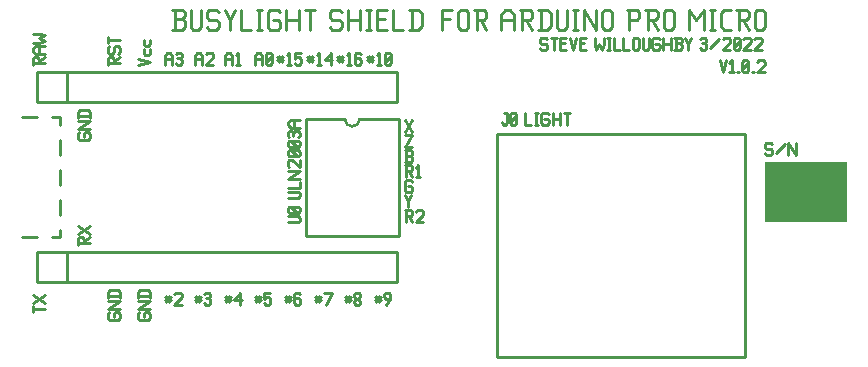
<source format=gto>
G04 start of page 8 for group -4079 idx -4079 *
G04 Title: (unknown), topsilk *
G04 Creator: pcb 4.3.0 *
G04 CreationDate: Wed Mar 23 17:19:41 2022 UTC *
G04 For: steve *
G04 Format: Gerber/RS-274X *
G04 PCB-Dimensions (mil): 3200.00 1400.00 *
G04 PCB-Coordinate-Origin: lower left *
%MOIN*%
%FSLAX25Y25*%
%LNGTO*%
%ADD44C,0.0100*%
%ADD43C,0.0001*%
G54D43*G36*
X287500Y75000D02*X315000D01*
Y55000D01*
X287500D01*
Y75000D01*
G37*
G54D44*X40000Y50000D02*X45000D01*
X50000D02*X52500D01*
Y52500D01*
X40000Y90000D02*X45000D01*
X50000D02*X52500D01*
Y87500D01*
Y82500D02*Y77500D01*
Y67500D02*Y72500D01*
Y62500D02*Y57500D01*
X90000Y119200D02*X93320D01*
X94150Y120030D01*
Y122022D02*Y120030D01*
X93320Y122852D02*X94150Y122022D01*
X90830Y122852D02*X93320D01*
X90830Y125840D02*Y119200D01*
X90000Y125840D02*X93320D01*
X94150Y125010D01*
Y123682D01*
X93320Y122852D02*X94150Y123682D01*
X96142Y125840D02*Y120030D01*
X96972Y119200D01*
X98632D01*
X99462Y120030D01*
Y125840D02*Y120030D01*
X104774Y125840D02*X105604Y125010D01*
X102284Y125840D02*X104774D01*
X101454Y125010D02*X102284Y125840D01*
X101454Y125010D02*Y123350D01*
X102284Y122520D01*
X104774D01*
X105604Y121690D01*
Y120030D01*
X104774Y119200D02*X105604Y120030D01*
X102284Y119200D02*X104774D01*
X101454Y120030D02*X102284Y119200D01*
X107596Y125840D02*X109256Y122520D01*
X110916Y125840D01*
X109256Y122520D02*Y119200D01*
X112908Y125840D02*Y119200D01*
X116228D01*
X118220Y125840D02*X119880D01*
X119050D02*Y119200D01*
X118220D02*X119880D01*
X125192Y125840D02*X126022Y125010D01*
X122702Y125840D02*X125192D01*
X121872Y125010D02*X122702Y125840D01*
X121872Y125010D02*Y120030D01*
X122702Y119200D01*
X125192D01*
X126022Y120030D01*
Y121690D02*Y120030D01*
X125192Y122520D02*X126022Y121690D01*
X123532Y122520D02*X125192D01*
X128014Y125840D02*Y119200D01*
X132164Y125840D02*Y119200D01*
X128014Y122520D02*X132164D01*
X134156Y125840D02*X137476D01*
X135816D02*Y119200D01*
X145776Y125840D02*X146606Y125010D01*
X143286Y125840D02*X145776D01*
X142456Y125010D02*X143286Y125840D01*
X142456Y125010D02*Y123350D01*
X143286Y122520D01*
X145776D01*
X146606Y121690D01*
Y120030D01*
X145776Y119200D02*X146606Y120030D01*
X143286Y119200D02*X145776D01*
X142456Y120030D02*X143286Y119200D01*
X148598Y125840D02*Y119200D01*
X152748Y125840D02*Y119200D01*
X148598Y122520D02*X152748D01*
X154740Y125840D02*X156400D01*
X155570D02*Y119200D01*
X154740D02*X156400D01*
X158392Y122852D02*X160882D01*
X158392Y119200D02*X161712D01*
X158392Y125840D02*Y119200D01*
Y125840D02*X161712D01*
X163704D02*Y119200D01*
X167024D01*
X169846Y125840D02*Y119200D01*
X172004Y125840D02*X173166Y124678D01*
Y120362D01*
X172004Y119200D02*X173166Y120362D01*
X169016Y119200D02*X172004D01*
X169016Y125840D02*X172004D01*
X155000Y109000D02*X157000D01*
X155000Y110000D02*X157000D01*
X156500Y110500D02*Y108500D01*
X155500Y110500D02*Y108500D01*
X158200Y110700D02*X159000Y111500D01*
Y107500D01*
X158200D02*X159700D01*
X160900Y108000D02*X161400Y107500D01*
X160900Y111000D02*Y108000D01*
Y111000D02*X161400Y111500D01*
X162400D01*
X162900Y111000D01*
Y108000D01*
X162400Y107500D02*X162900Y108000D01*
X161400Y107500D02*X162400D01*
X160900Y108500D02*X162900Y110500D01*
X145000Y109000D02*X147000D01*
X145000Y110000D02*X147000D01*
X146500Y110500D02*Y108500D01*
X145500Y110500D02*Y108500D01*
X148200Y110700D02*X149000Y111500D01*
Y107500D01*
X148200D02*X149700D01*
X152400Y111500D02*X152900Y111000D01*
X151400Y111500D02*X152400D01*
X150900Y111000D02*X151400Y111500D01*
X150900Y111000D02*Y108000D01*
X151400Y107500D01*
X152400Y109700D02*X152900Y109200D01*
X150900Y109700D02*X152400D01*
X151400Y107500D02*X152400D01*
X152900Y108000D01*
Y109200D02*Y108000D01*
X135000Y109000D02*X137000D01*
X135000Y110000D02*X137000D01*
X136500Y110500D02*Y108500D01*
X135500Y110500D02*Y108500D01*
X138200Y110700D02*X139000Y111500D01*
Y107500D01*
X138200D02*X139700D01*
X140900Y109000D02*X142900Y111500D01*
X140900Y109000D02*X143400D01*
X142900Y111500D02*Y107500D01*
X125000Y109000D02*X127000D01*
X125000Y110000D02*X127000D01*
X126500Y110500D02*Y108500D01*
X125500Y110500D02*Y108500D01*
X128200Y110700D02*X129000Y111500D01*
Y107500D01*
X128200D02*X129700D01*
X130900Y111500D02*X132900D01*
X130900D02*Y109500D01*
X131400Y110000D01*
X132400D01*
X132900Y109500D01*
Y108000D01*
X132400Y107500D02*X132900Y108000D01*
X131400Y107500D02*X132400D01*
X130900Y108000D02*X131400Y107500D01*
X117500Y110500D02*Y107500D01*
Y110500D02*X118200Y111500D01*
X119300D01*
X120000Y110500D01*
Y107500D01*
X117500Y109500D02*X120000D01*
X121200Y108000D02*X121700Y107500D01*
X121200Y111000D02*Y108000D01*
Y111000D02*X121700Y111500D01*
X122700D01*
X123200Y111000D01*
Y108000D01*
X122700Y107500D02*X123200Y108000D01*
X121700Y107500D02*X122700D01*
X121200Y108500D02*X123200Y110500D01*
X107500D02*Y107500D01*
Y110500D02*X108200Y111500D01*
X109300D01*
X110000Y110500D01*
Y107500D01*
X107500Y109500D02*X110000D01*
X111200Y110700D02*X112000Y111500D01*
Y107500D01*
X111200D02*X112700D01*
X97500Y110500D02*Y107500D01*
Y110500D02*X98200Y111500D01*
X99300D01*
X100000Y110500D01*
Y107500D01*
X97500Y109500D02*X100000D01*
X101200Y111000D02*X101700Y111500D01*
X103200D01*
X103700Y111000D01*
Y110000D01*
X101200Y107500D02*X103700Y110000D01*
X101200Y107500D02*X103700D01*
X214500Y116500D02*X215000Y116000D01*
X213000Y116500D02*X214500D01*
X212500Y116000D02*X213000Y116500D01*
X212500Y116000D02*Y115000D01*
X213000Y114500D01*
X214500D01*
X215000Y114000D01*
Y113000D01*
X214500Y112500D02*X215000Y113000D01*
X213000Y112500D02*X214500D01*
X212500Y113000D02*X213000Y112500D01*
X216200Y116500D02*X218200D01*
X217200D02*Y112500D01*
X219400Y114700D02*X220900D01*
X219400Y112500D02*X221400D01*
X219400Y116500D02*Y112500D01*
Y116500D02*X221400D01*
X222600D02*X223600Y112500D01*
X224600Y116500D01*
X225800Y114700D02*X227300D01*
X225800Y112500D02*X227800D01*
X225800Y116500D02*Y112500D01*
Y116500D02*X227800D01*
X230800D02*Y114500D01*
X231300Y112500D01*
X232300Y114500D01*
X233300Y112500D01*
X233800Y114500D01*
Y116500D02*Y114500D01*
X235000Y116500D02*X236000D01*
X235500D02*Y112500D01*
X235000D02*X236000D01*
X237200Y116500D02*Y112500D01*
X239200D01*
X240400Y116500D02*Y112500D01*
X242400D01*
X243600Y116000D02*Y113000D01*
Y116000D02*X244100Y116500D01*
X245100D01*
X245600Y116000D01*
Y113000D01*
X245100Y112500D02*X245600Y113000D01*
X244100Y112500D02*X245100D01*
X243600Y113000D02*X244100Y112500D01*
X246800Y116500D02*Y113000D01*
X247300Y112500D01*
X248300D01*
X248800Y113000D01*
Y116500D02*Y113000D01*
X252000Y116500D02*X252500Y116000D01*
X250500Y116500D02*X252000D01*
X250000Y116000D02*X250500Y116500D01*
X250000Y116000D02*Y113000D01*
X250500Y112500D01*
X252000D01*
X252500Y113000D01*
Y114000D02*Y113000D01*
X252000Y114500D02*X252500Y114000D01*
X251000Y114500D02*X252000D01*
X253700Y116500D02*Y112500D01*
X256200Y116500D02*Y112500D01*
X253700Y114500D02*X256200D01*
X257400Y112500D02*X259400D01*
X259900Y113000D01*
Y114200D02*Y113000D01*
X259400Y114700D02*X259900Y114200D01*
X257900Y114700D02*X259400D01*
X257900Y116500D02*Y112500D01*
X257400Y116500D02*X259400D01*
X259900Y116000D01*
Y115200D01*
X259400Y114700D02*X259900Y115200D01*
X261100Y116500D02*X262100Y114500D01*
X263100Y116500D01*
X262100Y114500D02*Y112500D01*
X266100Y116000D02*X266600Y116500D01*
X267600D01*
X268100Y116000D01*
X267600Y112500D02*X268100Y113000D01*
X266600Y112500D02*X267600D01*
X266100Y113000D02*X266600Y112500D01*
Y114700D02*X267600D01*
X268100Y116000D02*Y115200D01*
Y114200D02*Y113000D01*
Y114200D02*X267600Y114700D01*
X268100Y115200D02*X267600Y114700D01*
X269300Y113000D02*X272300Y116000D01*
X273500D02*X274000Y116500D01*
X275500D01*
X276000Y116000D01*
Y115000D01*
X273500Y112500D02*X276000Y115000D01*
X273500Y112500D02*X276000D01*
X277200Y113000D02*X277700Y112500D01*
X277200Y116000D02*Y113000D01*
Y116000D02*X277700Y116500D01*
X278700D01*
X279200Y116000D01*
Y113000D01*
X278700Y112500D02*X279200Y113000D01*
X277700Y112500D02*X278700D01*
X277200Y113500D02*X279200Y115500D01*
X280400Y116000D02*X280900Y116500D01*
X282400D01*
X282900Y116000D01*
Y115000D01*
X280400Y112500D02*X282900Y115000D01*
X280400Y112500D02*X282900D01*
X284100Y116000D02*X284600Y116500D01*
X286100D01*
X286600Y116000D01*
Y115000D01*
X284100Y112500D02*X286600Y115000D01*
X284100Y112500D02*X286600D01*
X180000Y125840D02*Y119200D01*
Y125840D02*X183320D01*
X180000Y122852D02*X182490D01*
X185312Y125010D02*Y120030D01*
Y125010D02*X186142Y125840D01*
X187802D01*
X188632Y125010D01*
Y120030D01*
X187802Y119200D02*X188632Y120030D01*
X186142Y119200D02*X187802D01*
X185312Y120030D02*X186142Y119200D01*
X190624Y125840D02*X193944D01*
X194774Y125010D01*
Y123350D01*
X193944Y122520D02*X194774Y123350D01*
X191454Y122520D02*X193944D01*
X191454Y125840D02*Y119200D01*
X192782Y122520D02*X194774Y119200D01*
X199754Y124180D02*Y119200D01*
Y124180D02*X200916Y125840D01*
X202742D01*
X203904Y124180D01*
Y119200D01*
X199754Y122520D02*X203904D01*
X205896Y125840D02*X209216D01*
X210046Y125010D01*
Y123350D01*
X209216Y122520D02*X210046Y123350D01*
X206726Y122520D02*X209216D01*
X206726Y125840D02*Y119200D01*
X208054Y122520D02*X210046Y119200D01*
X212868Y125840D02*Y119200D01*
X215026Y125840D02*X216188Y124678D01*
Y120362D01*
X215026Y119200D02*X216188Y120362D01*
X212038Y119200D02*X215026D01*
X212038Y125840D02*X215026D01*
X218180D02*Y120030D01*
X219010Y119200D01*
X220670D01*
X221500Y120030D01*
Y125840D02*Y120030D01*
X223492Y125840D02*X225152D01*
X224322D02*Y119200D01*
X223492D02*X225152D01*
X227144Y125840D02*Y119200D01*
Y125840D02*X231294Y119200D01*
Y125840D02*Y119200D01*
X233286Y125010D02*Y120030D01*
Y125010D02*X234116Y125840D01*
X235776D01*
X236606Y125010D01*
Y120030D01*
X235776Y119200D02*X236606Y120030D01*
X234116Y119200D02*X235776D01*
X233286Y120030D02*X234116Y119200D01*
X242416Y125840D02*Y119200D01*
X241586Y125840D02*X244906D01*
X245736Y125010D01*
Y123350D01*
X244906Y122520D02*X245736Y123350D01*
X242416Y122520D02*X244906D01*
X247728Y125840D02*X251048D01*
X251878Y125010D01*
Y123350D01*
X251048Y122520D02*X251878Y123350D01*
X248558Y122520D02*X251048D01*
X248558Y125840D02*Y119200D01*
X249886Y122520D02*X251878Y119200D01*
X253870Y125010D02*Y120030D01*
Y125010D02*X254700Y125840D01*
X256360D01*
X257190Y125010D01*
Y120030D01*
X256360Y119200D02*X257190Y120030D01*
X254700Y119200D02*X256360D01*
X253870Y120030D02*X254700Y119200D01*
X262170Y125840D02*Y119200D01*
Y125840D02*X264660Y122520D01*
X267150Y125840D01*
Y119200D01*
X269142Y125840D02*X270802D01*
X269972D02*Y119200D01*
X269142D02*X270802D01*
X273956D02*X276114D01*
X272794Y120362D02*X273956Y119200D01*
X272794Y124678D02*Y120362D01*
Y124678D02*X273956Y125840D01*
X276114D01*
X278106D02*X281426D01*
X282256Y125010D01*
Y123350D01*
X281426Y122520D02*X282256Y123350D01*
X278936Y122520D02*X281426D01*
X278936Y125840D02*Y119200D01*
X280264Y122520D02*X282256Y119200D01*
X284248Y125010D02*Y120030D01*
Y125010D02*X285078Y125840D01*
X286738D01*
X287568Y125010D01*
Y120030D01*
X286738Y119200D02*X287568Y120030D01*
X285078Y119200D02*X286738D01*
X284248Y120030D02*X285078Y119200D01*
X200700Y91500D02*X201500D01*
Y88000D01*
X201000Y87500D02*X201500Y88000D01*
X200500Y87500D02*X201000D01*
X200000Y88000D02*X200500Y87500D01*
X200000Y88500D02*Y88000D01*
X202700D02*X203200Y87500D01*
X202700Y91000D02*Y88000D01*
Y91000D02*X203200Y91500D01*
X204200D01*
X204700Y91000D01*
Y88000D01*
X204200Y87500D02*X204700Y88000D01*
X203200Y87500D02*X204200D01*
X202700Y88500D02*X204700Y90500D01*
X207700Y91500D02*Y87500D01*
X209700D01*
X210900Y91500D02*X211900D01*
X211400D02*Y87500D01*
X210900D02*X211900D01*
X215100Y91500D02*X215600Y91000D01*
X213600Y91500D02*X215100D01*
X213100Y91000D02*X213600Y91500D01*
X213100Y91000D02*Y88000D01*
X213600Y87500D01*
X215100D01*
X215600Y88000D01*
Y89000D02*Y88000D01*
X215100Y89500D02*X215600Y89000D01*
X214100Y89500D02*X215100D01*
X216800Y91500D02*Y87500D01*
X219300Y91500D02*Y87500D01*
X216800Y89500D02*X219300D01*
X220500Y91500D02*X222500D01*
X221500D02*Y87500D01*
X289500Y81500D02*X290000Y81000D01*
X288000Y81500D02*X289500D01*
X287500Y81000D02*X288000Y81500D01*
X287500Y81000D02*Y80000D01*
X288000Y79500D01*
X289500D01*
X290000Y79000D01*
Y78000D01*
X289500Y77500D02*X290000Y78000D01*
X288000Y77500D02*X289500D01*
X287500Y78000D02*X288000Y77500D01*
X291200Y78000D02*X294200Y81000D01*
X295400Y81500D02*Y77500D01*
Y81500D02*X297900Y77500D01*
Y81500D02*Y77500D01*
X272500Y109000D02*X273500Y105000D01*
X274500Y109000D01*
X275700Y108200D02*X276500Y109000D01*
Y105000D01*
X275700D02*X277200D01*
X278400D02*X278900D01*
X280100Y105500D02*X280600Y105000D01*
X280100Y108500D02*Y105500D01*
Y108500D02*X280600Y109000D01*
X281600D01*
X282100Y108500D01*
Y105500D01*
X281600Y105000D02*X282100Y105500D01*
X280600Y105000D02*X281600D01*
X280100Y106000D02*X282100Y108000D01*
X283300Y105000D02*X283800D01*
X285000Y108500D02*X285500Y109000D01*
X287000D01*
X287500Y108500D01*
Y107500D01*
X285000Y105000D02*X287500Y107500D01*
X285000Y105000D02*X287500D01*
X157500Y29000D02*X159500D01*
X157500Y30000D02*X159500D01*
X159000Y30500D02*Y28500D01*
X158000Y30500D02*Y28500D01*
X161200Y27500D02*X162700Y29500D01*
Y31000D02*Y29500D01*
X162200Y31500D02*X162700Y31000D01*
X161200Y31500D02*X162200D01*
X160700Y31000D02*X161200Y31500D01*
X160700Y31000D02*Y30000D01*
X161200Y29500D01*
X162700D01*
X147500Y29000D02*X149500D01*
X147500Y30000D02*X149500D01*
X149000Y30500D02*Y28500D01*
X148000Y30500D02*Y28500D01*
X150700Y28000D02*X151200Y27500D01*
X150700Y28800D02*Y28000D01*
Y28800D02*X151400Y29500D01*
X152000D01*
X152700Y28800D01*
Y28000D01*
X152200Y27500D02*X152700Y28000D01*
X151200Y27500D02*X152200D01*
X150700Y30200D02*X151400Y29500D01*
X150700Y31000D02*Y30200D01*
Y31000D02*X151200Y31500D01*
X152200D01*
X152700Y31000D01*
Y30200D01*
X152000Y29500D02*X152700Y30200D01*
X137500Y29000D02*X139500D01*
X137500Y30000D02*X139500D01*
X139000Y30500D02*Y28500D01*
X138000Y30500D02*Y28500D01*
X141200Y27500D02*X143200Y31500D01*
X140700D02*X143200D01*
X127500Y29000D02*X129500D01*
X127500Y30000D02*X129500D01*
X129000Y30500D02*Y28500D01*
X128000Y30500D02*Y28500D01*
X132200Y31500D02*X132700Y31000D01*
X131200Y31500D02*X132200D01*
X130700Y31000D02*X131200Y31500D01*
X130700Y31000D02*Y28000D01*
X131200Y27500D01*
X132200Y29700D02*X132700Y29200D01*
X130700Y29700D02*X132200D01*
X131200Y27500D02*X132200D01*
X132700Y28000D01*
Y29200D02*Y28000D01*
X117500Y29000D02*X119500D01*
X117500Y30000D02*X119500D01*
X119000Y30500D02*Y28500D01*
X118000Y30500D02*Y28500D01*
X120700Y31500D02*X122700D01*
X120700D02*Y29500D01*
X121200Y30000D01*
X122200D01*
X122700Y29500D01*
Y28000D01*
X122200Y27500D02*X122700Y28000D01*
X121200Y27500D02*X122200D01*
X120700Y28000D02*X121200Y27500D01*
X107500Y29000D02*X109500D01*
X107500Y30000D02*X109500D01*
X109000Y30500D02*Y28500D01*
X108000Y30500D02*Y28500D01*
X110700Y29000D02*X112700Y31500D01*
X110700Y29000D02*X113200D01*
X112700Y31500D02*Y27500D01*
X97500Y29000D02*X99500D01*
X97500Y30000D02*X99500D01*
X99000Y30500D02*Y28500D01*
X98000Y30500D02*Y28500D01*
X100700Y31000D02*X101200Y31500D01*
X102200D01*
X102700Y31000D01*
X102200Y27500D02*X102700Y28000D01*
X101200Y27500D02*X102200D01*
X100700Y28000D02*X101200Y27500D01*
Y29700D02*X102200D01*
X102700Y31000D02*Y30200D01*
Y29200D02*Y28000D01*
Y29200D02*X102200Y29700D01*
X102700Y30200D02*X102200Y29700D01*
X87500Y29000D02*X89500D01*
X87500Y30000D02*X89500D01*
X89000Y30500D02*Y28500D01*
X88000Y30500D02*Y28500D01*
X90700Y31000D02*X91200Y31500D01*
X92700D01*
X93200Y31000D01*
Y30000D01*
X90700Y27500D02*X93200Y30000D01*
X90700Y27500D02*X93200D01*
X68500Y24500D02*X69000Y25000D01*
X68500Y24500D02*Y23000D01*
X69000Y22500D02*X68500Y23000D01*
X69000Y22500D02*X72000D01*
X72500Y23000D01*
Y24500D02*Y23000D01*
Y24500D02*X72000Y25000D01*
X71000D02*X72000D01*
X70500Y24500D02*X71000Y25000D01*
X70500Y24500D02*Y23500D01*
X68500Y26200D02*X72500D01*
X68500D02*X72500Y28700D01*
X68500D02*X72500D01*
X68500Y30400D02*X72500D01*
X68500Y31700D02*X69200Y32400D01*
X71800D01*
X72500Y31700D02*X71800Y32400D01*
X72500Y31700D02*Y29900D01*
X68500Y31700D02*Y29900D01*
X43500Y27000D02*Y25000D01*
Y26000D02*X47500D01*
Y28200D02*X43500Y30700D01*
Y28200D02*X47500Y30700D01*
X78500Y24500D02*X79000Y25000D01*
X78500Y24500D02*Y23000D01*
X79000Y22500D02*X78500Y23000D01*
X79000Y22500D02*X82000D01*
X82500Y23000D01*
Y24500D02*Y23000D01*
Y24500D02*X82000Y25000D01*
X81000D02*X82000D01*
X80500Y24500D02*X81000Y25000D01*
X80500Y24500D02*Y23500D01*
X78500Y26200D02*X82500D01*
X78500D02*X82500Y28700D01*
X78500D02*X82500D01*
X78500Y30400D02*X82500D01*
X78500Y31700D02*X79200Y32400D01*
X81800D01*
X82500Y31700D02*X81800Y32400D01*
X82500Y31700D02*Y29900D01*
X78500Y31700D02*Y29900D01*
X58500Y49500D02*Y47500D01*
Y49500D02*X59000Y50000D01*
X60000D01*
X60500Y49500D02*X60000Y50000D01*
X60500Y49500D02*Y48000D01*
X58500D02*X62500D01*
X60500Y48800D02*X62500Y50000D01*
Y51200D02*X58500Y53700D01*
Y51200D02*X62500Y53700D01*
X87500Y110500D02*Y107500D01*
Y110500D02*X88200Y111500D01*
X89300D01*
X90000Y110500D01*
Y107500D01*
X87500Y109500D02*X90000D01*
X91200Y111000D02*X91700Y111500D01*
X92700D01*
X93200Y111000D01*
X92700Y107500D02*X93200Y108000D01*
X91700Y107500D02*X92700D01*
X91200Y108000D02*X91700Y107500D01*
Y109700D02*X92700D01*
X93200Y111000D02*Y110200D01*
Y109200D02*Y108000D01*
Y109200D02*X92700Y109700D01*
X93200Y110200D02*X92700Y109700D01*
X58500Y84500D02*X59000Y85000D01*
X58500Y84500D02*Y83000D01*
X59000Y82500D02*X58500Y83000D01*
X59000Y82500D02*X62000D01*
X62500Y83000D01*
Y84500D02*Y83000D01*
Y84500D02*X62000Y85000D01*
X61000D02*X62000D01*
X60500Y84500D02*X61000Y85000D01*
X60500Y84500D02*Y83500D01*
X58500Y86200D02*X62500D01*
X58500D02*X62500Y88700D01*
X58500D02*X62500D01*
X58500Y90400D02*X62500D01*
X58500Y91700D02*X59200Y92400D01*
X61800D01*
X62500Y91700D02*X61800Y92400D01*
X62500Y91700D02*Y89900D01*
X58500Y91700D02*Y89900D01*
X43500Y109500D02*Y107500D01*
Y109500D02*X44000Y110000D01*
X45000D01*
X45500Y109500D02*X45000Y110000D01*
X45500Y109500D02*Y108000D01*
X43500D02*X47500D01*
X45500Y108800D02*X47500Y110000D01*
X44500Y111200D02*X47500D01*
X44500D02*X43500Y111900D01*
Y113000D02*Y111900D01*
Y113000D02*X44500Y113700D01*
X47500D01*
X45500D02*Y111200D01*
X43500Y114900D02*X45500D01*
X47500Y115400D01*
X45500Y116400D01*
X47500Y117400D01*
X45500Y117900D01*
X43500D02*X45500D01*
X68500Y109500D02*Y107500D01*
Y109500D02*X69000Y110000D01*
X70000D01*
X70500Y109500D02*X70000Y110000D01*
X70500Y109500D02*Y108000D01*
X68500D02*X72500D01*
X70500Y108800D02*X72500Y110000D01*
X68500Y113200D02*X69000Y113700D01*
X68500Y113200D02*Y111700D01*
X69000Y111200D02*X68500Y111700D01*
X69000Y111200D02*X70000D01*
X70500Y111700D01*
Y113200D02*Y111700D01*
Y113200D02*X71000Y113700D01*
X72000D01*
X72500Y113200D02*X72000Y113700D01*
X72500Y113200D02*Y111700D01*
X72000Y111200D02*X72500Y111700D01*
X68500Y116900D02*Y114900D01*
Y115900D02*X72500D01*
X78500Y107500D02*X82500Y108500D01*
X78500Y109500D01*
X80500Y112700D02*Y111200D01*
X81000Y110700D02*X80500Y111200D01*
X81000Y110700D02*X82000D01*
X82500Y111200D01*
Y112700D02*Y111200D01*
X80500Y115900D02*Y114400D01*
X81000Y113900D02*X80500Y114400D01*
X81000Y113900D02*X82000D01*
X82500Y114400D01*
Y115900D02*Y114400D01*
X128500Y55000D02*X132000D01*
X132500Y55500D01*
Y56500D02*Y55500D01*
Y56500D02*X132000Y57000D01*
X128500D02*X132000D01*
Y58200D02*X132500Y58700D01*
X129000Y58200D02*X132000D01*
X129000D02*X128500Y58700D01*
Y59700D02*Y58700D01*
Y59700D02*X129000Y60200D01*
X132000D01*
X132500Y59700D02*X132000Y60200D01*
X132500Y59700D02*Y58700D01*
X131500Y58200D02*X129500Y60200D01*
X128500Y63200D02*X132000D01*
X132500Y63700D01*
Y64700D02*Y63700D01*
Y64700D02*X132000Y65200D01*
X128500D02*X132000D01*
X128500Y66400D02*X132500D01*
Y68400D02*Y66400D01*
X128500Y69600D02*X132500D01*
X128500D02*X132500Y72100D01*
X128500D02*X132500D01*
X129000Y73300D02*X128500Y73800D01*
Y75300D02*Y73800D01*
Y75300D02*X129000Y75800D01*
X130000D01*
X132500Y73300D02*X130000Y75800D01*
X132500D02*Y73300D01*
X132000Y77000D02*X132500Y77500D01*
X129000Y77000D02*X132000D01*
X129000D02*X128500Y77500D01*
Y78500D02*Y77500D01*
Y78500D02*X129000Y79000D01*
X132000D01*
X132500Y78500D02*X132000Y79000D01*
X132500Y78500D02*Y77500D01*
X131500Y77000D02*X129500Y79000D01*
X132000Y80200D02*X132500Y80700D01*
X129000Y80200D02*X132000D01*
X129000D02*X128500Y80700D01*
Y81700D02*Y80700D01*
Y81700D02*X129000Y82200D01*
X132000D01*
X132500Y81700D02*X132000Y82200D01*
X132500Y81700D02*Y80700D01*
X131500Y80200D02*X129500Y82200D01*
X129000Y83400D02*X128500Y83900D01*
Y84900D02*Y83900D01*
Y84900D02*X129000Y85400D01*
X132500Y84900D02*X132000Y85400D01*
X132500Y84900D02*Y83900D01*
X132000Y83400D02*X132500Y83900D01*
X130300Y84900D02*Y83900D01*
X129000Y85400D02*X129800D01*
X130800D02*X132000D01*
X130800D02*X130300Y84900D01*
X129800Y85400D02*X130300Y84900D01*
X129500Y86600D02*X132500D01*
X129500D02*X128500Y87300D01*
Y88400D02*Y87300D01*
Y88400D02*X129500Y89100D01*
X132500D01*
X130500D02*Y86600D01*
X167500Y74000D02*X169500D01*
X170000Y73500D01*
Y72500D01*
X169500Y72000D02*X170000Y72500D01*
X168000Y72000D02*X169500D01*
X168000Y74000D02*Y70000D01*
X168800Y72000D02*X170000Y70000D01*
X171200Y73200D02*X172000Y74000D01*
Y70000D01*
X171200D02*X172700D01*
X167500Y59000D02*X169500D01*
X170000Y58500D01*
Y57500D01*
X169500Y57000D02*X170000Y57500D01*
X168000Y57000D02*X169500D01*
X168000Y59000D02*Y55000D01*
X168800Y57000D02*X170000Y55000D01*
X171200Y58500D02*X171700Y59000D01*
X173200D01*
X173700Y58500D01*
Y57500D01*
X171200Y55000D02*X173700Y57500D01*
X171200Y55000D02*X173700D01*
X169500Y69000D02*X170000Y68500D01*
X168000Y69000D02*X169500D01*
X167500Y68500D02*X168000Y69000D01*
X167500Y68500D02*Y65500D01*
X168000Y65000D01*
X169500D01*
X170000Y65500D01*
Y66500D02*Y65500D01*
X169500Y67000D02*X170000Y66500D01*
X168500Y67000D02*X169500D01*
X167500Y64000D02*X168500Y62000D01*
X169500Y64000D01*
X168500Y62000D02*Y60000D01*
X167500Y75000D02*X169500D01*
X170000Y75500D01*
Y76700D02*Y75500D01*
X169500Y77200D02*X170000Y76700D01*
X168000Y77200D02*X169500D01*
X168000Y79000D02*Y75000D01*
X167500Y79000D02*X169500D01*
X170000Y78500D01*
Y77700D01*
X169500Y77200D02*X170000Y77700D01*
X167500Y85000D02*X170000Y89000D01*
X167500D02*X170000Y85000D01*
X167500Y84000D02*X170000D01*
X167500Y80000D02*X170000Y84000D01*
X167500Y80000D02*X170000D01*
G54D43*G36*
X287500Y75000D02*X315000D01*
Y55000D01*
X287500D01*
Y75000D01*
G37*
G54D44*X45000Y95000D02*X165000D01*
Y105000D02*Y95000D01*
X45000Y105000D02*X165000D01*
X45000D02*Y95000D01*
X55000Y105000D02*Y95000D01*
X45000Y105000D02*X55000D01*
X45000Y35000D02*X165000D01*
Y45000D02*Y35000D01*
X45000Y45000D02*X165000D01*
X45000D02*Y35000D01*
X55000Y45000D02*Y35000D01*
X45000Y45000D02*X55000D01*
X198300Y10200D02*X281000D01*
X198300D02*Y84600D01*
X227300D01*
X227200D02*X281000D01*
Y10200D01*
X134500Y89500D02*Y50500D01*
X165500D01*
Y89500D01*
X134500D02*X147500D01*
X165500D02*X152500D01*
X147500D02*G75*G03X152500Y89500I2500J0D01*G01*
M02*

</source>
